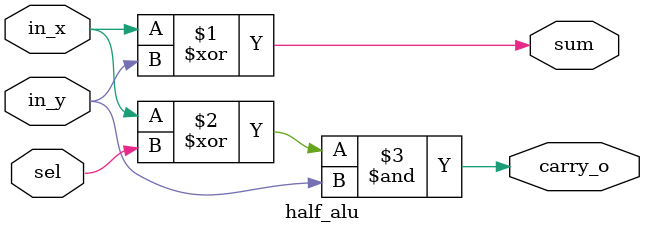
<source format=v>
module half_alu(in_x, in_y, sel, sum, carry_o);
	//input
	
	input in_x;
	input in_y;
	input sel ; 
	
	//output
	
	output sum;
	output carry_o;
	
	//Port Data types
	
	wire in_x;
	wire in_y;
	wire se;
	wire sum;
	wire carry_o;
	
	//code
	
	assign sum = in_x ^ in_y;
	
	assign carry_o = (in_x ^ sel) & in_y;

endmodule 
</source>
